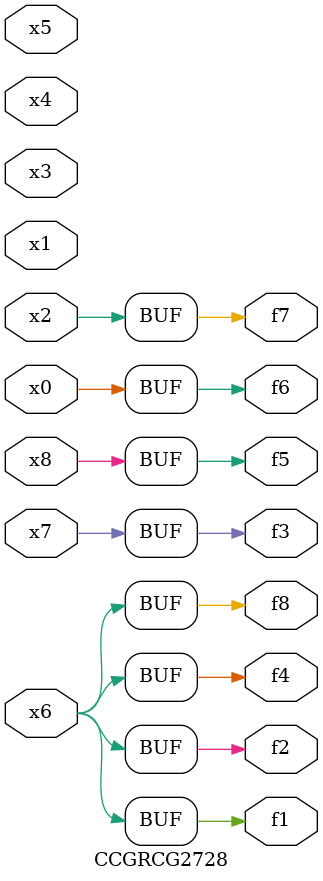
<source format=v>
module CCGRCG2728(
	input x0, x1, x2, x3, x4, x5, x6, x7, x8,
	output f1, f2, f3, f4, f5, f6, f7, f8
);
	assign f1 = x6;
	assign f2 = x6;
	assign f3 = x7;
	assign f4 = x6;
	assign f5 = x8;
	assign f6 = x0;
	assign f7 = x2;
	assign f8 = x6;
endmodule

</source>
